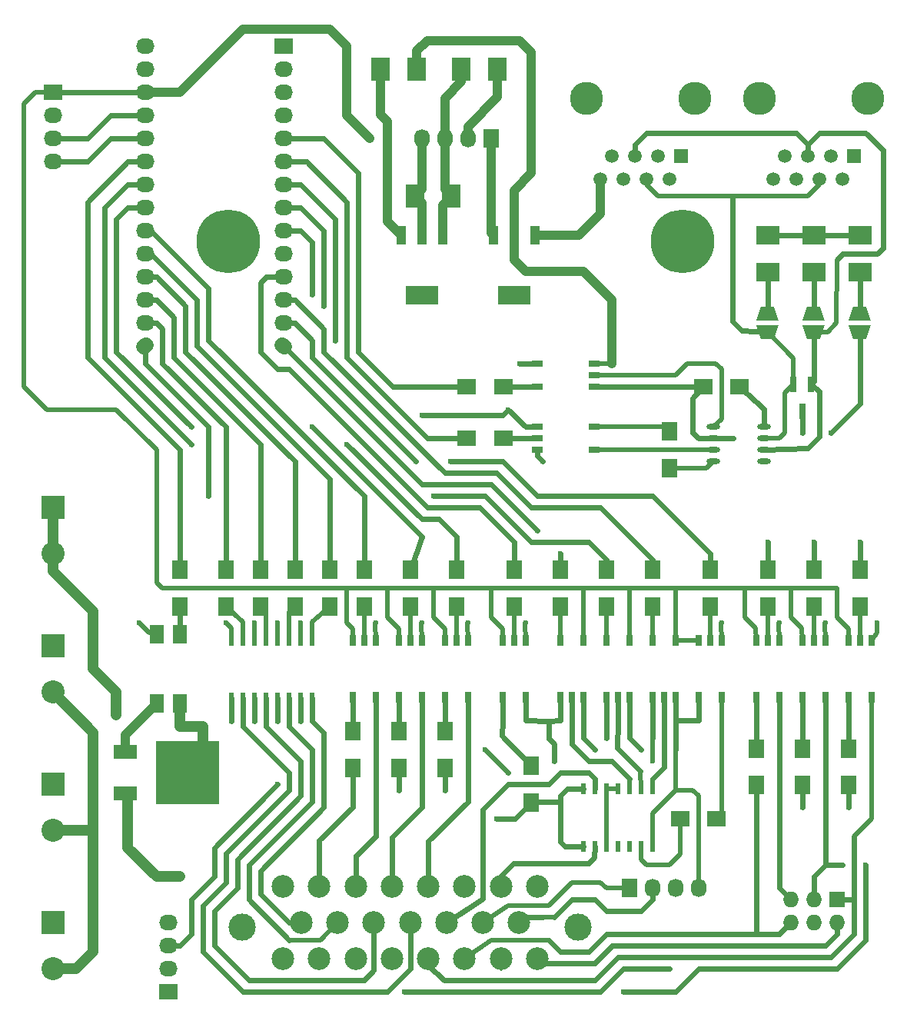
<source format=gbr>
G04 #@! TF.FileFunction,Copper,L1,Top,Signal*
%FSLAX46Y46*%
G04 Gerber Fmt 4.6, Leading zero omitted, Abs format (unit mm)*
G04 Created by KiCad (PCBNEW 4.0.3+e1-6302~38~ubuntu15.10.1-stable) date Thu Nov 17 06:05:07 2016*
%MOMM*%
%LPD*%
G01*
G04 APERTURE LIST*
%ADD10C,0.200000*%
%ADD11R,1.727200X2.032000*%
%ADD12O,1.727200X2.032000*%
%ADD13C,2.500000*%
%ADD14C,3.000000*%
%ADD15R,2.500000X2.000000*%
%ADD16C,3.649980*%
%ADD17R,1.501140X1.501140*%
%ADD18C,1.501140*%
%ADD19R,2.000000X2.500000*%
%ADD20R,0.800100X1.800860*%
%ADD21R,2.540000X2.540000*%
%ADD22C,2.540000*%
%ADD23R,2.032000X1.727200*%
%ADD24O,2.032000X1.727200*%
%ADD25R,1.700000X2.000000*%
%ADD26R,2.000000X1.700000*%
%ADD27R,0.800000X1.200000*%
%ADD28R,1.200000X0.800000*%
%ADD29O,1.473200X0.609600*%
%ADD30R,2.499360X1.501140*%
%ADD31R,7.000240X7.000240*%
%ADD32R,3.657600X2.032000*%
%ADD33R,1.016000X2.032000*%
%ADD34R,1.524000X2.032000*%
%ADD35R,0.508000X1.143000*%
%ADD36R,1.727200X1.727200*%
%ADD37O,1.727200X1.727200*%
%ADD38C,1.727200*%
%ADD39C,7.000000*%
%ADD40C,0.600000*%
%ADD41C,0.500000*%
%ADD42C,0.600000*%
%ADD43C,1.000000*%
%ADD44C,1.200000*%
G04 APERTURE END LIST*
D10*
D11*
X97820000Y-75120000D03*
D12*
X95280000Y-75120000D03*
X92740000Y-75120000D03*
X90200000Y-75120000D03*
D13*
X74930000Y-157480000D03*
X78930000Y-157480000D03*
X82930000Y-157480000D03*
X86930000Y-157480000D03*
X90930000Y-157480000D03*
X94930000Y-157480000D03*
X98930000Y-157480000D03*
X102930000Y-157480000D03*
X100930000Y-161480000D03*
X96930000Y-161480000D03*
X92930000Y-161480000D03*
X88930000Y-161480000D03*
X84930000Y-161480000D03*
X80930000Y-161480000D03*
X76930000Y-161480000D03*
X74930000Y-165480000D03*
X78930000Y-165480000D03*
X82930000Y-165480000D03*
X86930000Y-165480000D03*
X90930000Y-165480000D03*
X94930000Y-165480000D03*
X98930000Y-165480000D03*
X102930000Y-165480000D03*
D14*
X70430000Y-161980000D03*
X107430000Y-161980000D03*
D15*
X128300000Y-85820000D03*
X128300000Y-89820000D03*
D16*
X127441480Y-70675000D03*
X139310900Y-70675000D03*
D17*
X137825000Y-77025000D03*
D18*
X136555000Y-79565000D03*
X135285000Y-77025000D03*
X134015000Y-79565000D03*
X132745000Y-77025000D03*
X131475000Y-79565000D03*
X130205000Y-77025000D03*
X128935000Y-79565000D03*
D19*
X89470000Y-81470000D03*
X93470000Y-81470000D03*
D15*
X138460000Y-89820000D03*
X138460000Y-85820000D03*
D20*
X133060000Y-102193860D03*
X131160000Y-102193860D03*
X132110000Y-105196140D03*
D19*
X85660000Y-67500000D03*
X89660000Y-67500000D03*
X94550000Y-67500000D03*
X98550000Y-67500000D03*
D16*
X108391480Y-70675000D03*
X120260900Y-70675000D03*
D17*
X118775000Y-77025000D03*
D18*
X117505000Y-79565000D03*
X116235000Y-77025000D03*
X114965000Y-79565000D03*
X113695000Y-77025000D03*
X112425000Y-79565000D03*
X111155000Y-77025000D03*
X109885000Y-79565000D03*
D10*
G36*
X132630000Y-93690000D02*
X134130000Y-93690000D01*
X134630000Y-95190000D01*
X132130000Y-95190000D01*
X132630000Y-93690000D01*
X132630000Y-93690000D01*
G37*
G36*
X132130000Y-95690000D02*
X134630000Y-95690000D01*
X134130000Y-97190000D01*
X132630000Y-97190000D01*
X132130000Y-95690000D01*
X132130000Y-95690000D01*
G37*
G36*
X129050000Y-97190000D02*
X127550000Y-97190000D01*
X127050000Y-95690000D01*
X129550000Y-95690000D01*
X129050000Y-97190000D01*
X129050000Y-97190000D01*
G37*
G36*
X129550000Y-95190000D02*
X127050000Y-95190000D01*
X127550000Y-93690000D01*
X129050000Y-93690000D01*
X129550000Y-95190000D01*
X129550000Y-95190000D01*
G37*
G36*
X137710000Y-93690000D02*
X139210000Y-93690000D01*
X139710000Y-95190000D01*
X137210000Y-95190000D01*
X137710000Y-93690000D01*
X137710000Y-93690000D01*
G37*
G36*
X137210000Y-95690000D02*
X139710000Y-95690000D01*
X139210000Y-97190000D01*
X137710000Y-97190000D01*
X137210000Y-95690000D01*
X137210000Y-95690000D01*
G37*
D21*
X49560000Y-161480000D03*
D22*
X49560000Y-166560000D03*
D21*
X49560000Y-131000000D03*
D22*
X49560000Y-136080000D03*
D21*
X49560000Y-146240000D03*
D22*
X49560000Y-151320000D03*
D11*
X113060000Y-157670000D03*
D12*
X115600000Y-157670000D03*
X118140000Y-157670000D03*
X120680000Y-157670000D03*
D23*
X62260000Y-169100000D03*
D24*
X62260000Y-166560000D03*
X62260000Y-164020000D03*
X62260000Y-161480000D03*
D25*
X82580000Y-140430000D03*
X82580000Y-144430000D03*
X92740000Y-140430000D03*
X92740000Y-144430000D03*
X87660000Y-140430000D03*
X87660000Y-144430000D03*
X127030000Y-142335000D03*
X127030000Y-146335000D03*
X132110000Y-142335000D03*
X132110000Y-146335000D03*
X137190000Y-142335000D03*
X137190000Y-146335000D03*
X83850000Y-122650000D03*
X83850000Y-126650000D03*
X94010000Y-122650000D03*
X94010000Y-126650000D03*
X88930000Y-122650000D03*
X88930000Y-126650000D03*
X128300000Y-122650000D03*
X128300000Y-126650000D03*
X133380000Y-122650000D03*
X133380000Y-126650000D03*
X138460000Y-122650000D03*
X138460000Y-126650000D03*
X63530000Y-122650000D03*
X63530000Y-126650000D03*
X102265000Y-144240000D03*
X102265000Y-148240000D03*
X100360000Y-122650000D03*
X100360000Y-126650000D03*
D26*
X99185000Y-102425000D03*
X95185000Y-102425000D03*
D25*
X117505000Y-111410000D03*
X117505000Y-107410000D03*
D26*
X121220000Y-102425000D03*
X125220000Y-102425000D03*
D15*
X133380000Y-85820000D03*
X133380000Y-89820000D03*
D26*
X122680000Y-150050000D03*
X118680000Y-150050000D03*
D25*
X110520000Y-122650000D03*
X110520000Y-126650000D03*
X105440000Y-122650000D03*
X105440000Y-126650000D03*
X115600000Y-122650000D03*
X115600000Y-126650000D03*
X80040000Y-126650000D03*
X80040000Y-122650000D03*
X76230000Y-126650000D03*
X76230000Y-122650000D03*
X72420000Y-126650000D03*
X72420000Y-122650000D03*
X68610000Y-126650000D03*
X68610000Y-122650000D03*
D27*
X82580000Y-136690000D03*
X85120000Y-136690000D03*
X85120000Y-130390000D03*
X83850000Y-130390000D03*
X82580000Y-130390000D03*
X92740000Y-136690000D03*
X95280000Y-136690000D03*
X95280000Y-130390000D03*
X94010000Y-130390000D03*
X92740000Y-130390000D03*
X87660000Y-136690000D03*
X90200000Y-136690000D03*
X90200000Y-130390000D03*
X88930000Y-130390000D03*
X87660000Y-130390000D03*
X127030000Y-136690000D03*
X129570000Y-136690000D03*
X129570000Y-130390000D03*
X128300000Y-130390000D03*
X127030000Y-130390000D03*
X132110000Y-136690000D03*
X134650000Y-136690000D03*
X134650000Y-130390000D03*
X133380000Y-130390000D03*
X132110000Y-130390000D03*
X137190000Y-136690000D03*
X139730000Y-136690000D03*
X139730000Y-130390000D03*
X138460000Y-130390000D03*
X137190000Y-130390000D03*
X99090000Y-136690000D03*
X101630000Y-136690000D03*
X101630000Y-130390000D03*
X100360000Y-130390000D03*
X99090000Y-130390000D03*
D28*
X109225000Y-109410000D03*
X109225000Y-106870000D03*
X102925000Y-106870000D03*
X102925000Y-108140000D03*
X102925000Y-109410000D03*
X102925000Y-99885000D03*
X102925000Y-102425000D03*
X109225000Y-102425000D03*
X109225000Y-101155000D03*
X109225000Y-99885000D03*
D29*
X122331000Y-106870000D03*
X122331000Y-108140000D03*
X122331000Y-109410000D03*
X122331000Y-110680000D03*
X127919000Y-110680000D03*
X127919000Y-109410000D03*
X127919000Y-108140000D03*
X127919000Y-106870000D03*
D27*
X113060000Y-130390000D03*
X110520000Y-130390000D03*
X110520000Y-136690000D03*
X111790000Y-136690000D03*
X113060000Y-136690000D03*
X107980000Y-130390000D03*
X105440000Y-130390000D03*
X105440000Y-136690000D03*
X106710000Y-136690000D03*
X107980000Y-136690000D03*
X120680000Y-136690000D03*
X123220000Y-136690000D03*
X123220000Y-130390000D03*
X121950000Y-130390000D03*
X120680000Y-130390000D03*
X118140000Y-130390000D03*
X115600000Y-130390000D03*
X115600000Y-136690000D03*
X116870000Y-136690000D03*
X118140000Y-136690000D03*
D30*
X57540680Y-142694160D03*
X57540680Y-147245840D03*
D31*
X64439320Y-144970000D03*
D32*
X100360000Y-92392000D03*
D33*
X100360000Y-85788000D03*
X98074000Y-85788000D03*
X102646000Y-85788000D03*
D32*
X90200000Y-92392000D03*
D33*
X90200000Y-85788000D03*
X87914000Y-85788000D03*
X92486000Y-85788000D03*
D34*
X63530000Y-129730000D03*
X60990000Y-129730000D03*
X60990000Y-137350000D03*
X63530000Y-137350000D03*
D35*
X115600000Y-146748000D03*
X114330000Y-146748000D03*
X113060000Y-146748000D03*
X111790000Y-146748000D03*
X110520000Y-146748000D03*
X109250000Y-146748000D03*
X107980000Y-146748000D03*
X107980000Y-153098000D03*
X109250000Y-153098000D03*
X111790000Y-153098000D03*
X113060000Y-153098000D03*
X114330000Y-153098000D03*
X115600000Y-153098000D03*
X110520000Y-153098000D03*
X78135000Y-136715000D03*
X75595000Y-136715000D03*
X74325000Y-136715000D03*
X73055000Y-136715000D03*
X71785000Y-136715000D03*
X70515000Y-136715000D03*
X69245000Y-136715000D03*
X69245000Y-130365000D03*
X70515000Y-130365000D03*
X71785000Y-130365000D03*
X73055000Y-130365000D03*
X74325000Y-130365000D03*
X75595000Y-130365000D03*
X76865000Y-130365000D03*
X78135000Y-130365000D03*
X76865000Y-136715000D03*
D21*
X49560000Y-115760000D03*
D22*
X49560000Y-120840000D03*
D26*
X95185000Y-108140000D03*
X99185000Y-108140000D03*
D25*
X121950000Y-122650000D03*
X121950000Y-126650000D03*
D36*
X135920000Y-158940000D03*
D37*
X135920000Y-161480000D03*
X133380000Y-158940000D03*
X133380000Y-161480000D03*
X130840000Y-158940000D03*
X130840000Y-161480000D03*
D23*
X74960000Y-64960000D03*
D24*
X74960000Y-67500000D03*
X74960000Y-70040000D03*
X74960000Y-72580000D03*
X74960000Y-75120000D03*
X74960000Y-77660000D03*
X74960000Y-80200000D03*
X74960000Y-82740000D03*
X74960000Y-85280000D03*
X74960000Y-87820000D03*
X74960000Y-90360000D03*
X74960000Y-92900000D03*
D38*
X74852237Y-97872237D02*
X75067763Y-98087763D01*
X59612237Y-98087763D02*
X59827763Y-97872237D01*
D24*
X59720000Y-92900000D03*
X59720000Y-90360000D03*
X59720000Y-87820000D03*
X59720000Y-85280000D03*
X59720000Y-82740000D03*
X59720000Y-80200000D03*
X59720000Y-77660000D03*
X59720000Y-75120000D03*
X59720000Y-72580000D03*
X59720000Y-70040000D03*
X59720000Y-67500000D03*
X59720000Y-64960000D03*
X74960000Y-95440000D03*
X59720000Y-95440000D03*
D23*
X49560000Y-70040000D03*
D24*
X49560000Y-72580000D03*
X49560000Y-75120000D03*
X49560000Y-77660000D03*
D39*
X68930000Y-86480000D03*
D40*
X71555000Y-86480000D03*
X70786155Y-88336155D03*
X68930000Y-89105000D03*
X67073845Y-88336155D03*
X66305000Y-86480000D03*
X67073845Y-84623845D03*
X68930000Y-83855000D03*
X70786155Y-84623845D03*
D39*
X118930000Y-86480000D03*
D40*
X121555000Y-86480000D03*
X120786155Y-88336155D03*
X118930000Y-89105000D03*
X117073845Y-88336155D03*
X116305000Y-86480000D03*
X117073845Y-84623845D03*
X118930000Y-83855000D03*
X120786155Y-84623845D03*
X90200000Y-105600000D03*
X134650000Y-128460000D03*
X129570000Y-128460000D03*
X123220000Y-128460000D03*
X101630000Y-128460000D03*
X95280000Y-128460000D03*
X90200000Y-128460000D03*
X85120000Y-128460000D03*
X76865000Y-128460000D03*
X74325000Y-128460000D03*
X71785000Y-128460000D03*
X68610000Y-128460000D03*
X59085000Y-128460000D03*
X140365000Y-128460000D03*
X99725000Y-104965000D03*
X84485000Y-75120000D03*
X103535000Y-110680000D03*
X100995000Y-99885000D03*
X112425000Y-102425000D03*
X124490000Y-108140000D03*
X132110000Y-107505000D03*
X135285000Y-107505000D03*
X111155000Y-109410000D03*
X111155000Y-99885000D03*
X62260000Y-156400000D03*
X60990000Y-156400000D03*
X63530000Y-156400000D03*
X54005000Y-164655000D03*
X52735000Y-165925000D03*
X87660000Y-146875000D03*
X82580000Y-146875000D03*
X92740000Y-146875000D03*
X117505000Y-166560000D03*
X88295000Y-169100000D03*
X112425000Y-169100000D03*
X139095000Y-155130000D03*
X136555000Y-155130000D03*
X137190000Y-148780000D03*
X132110000Y-148780000D03*
X127030000Y-148780000D03*
X64800000Y-108775000D03*
X81945000Y-108775000D03*
X64800000Y-106870000D03*
X78135000Y-106870000D03*
X78135000Y-92265000D03*
X128300000Y-119570000D03*
X79405000Y-93535000D03*
X133380000Y-119570000D03*
X80675000Y-97345000D03*
X138460000Y-119570000D03*
X64800000Y-139890000D03*
X56545000Y-137350000D03*
X56545000Y-136080000D03*
X66070000Y-139890000D03*
X56545000Y-138620000D03*
X63530000Y-139890000D03*
X98455000Y-150050000D03*
X114330000Y-142430000D03*
X109250000Y-142430000D03*
X118140000Y-142430000D03*
X99725000Y-144970000D03*
X97185000Y-142430000D03*
X104805000Y-143700000D03*
X74325000Y-146240000D03*
X76865000Y-139255000D03*
X74325000Y-139255000D03*
X71785000Y-139255000D03*
X69245000Y-139255000D03*
X115600000Y-143700000D03*
X110520000Y-148780000D03*
X115600000Y-141160000D03*
X110520000Y-141160000D03*
X104170000Y-141160000D03*
X66705000Y-114490000D03*
X91470000Y-114490000D03*
X102900000Y-118300000D03*
X105440000Y-120840000D03*
X93375000Y-110680000D03*
X89565000Y-110680000D03*
D41*
X133380000Y-96440000D02*
X134920000Y-96440000D01*
D42*
X134015000Y-74485000D02*
X132745000Y-75755000D01*
X134015000Y-74485000D02*
X139095000Y-74485000D01*
X139095000Y-74485000D02*
X141000000Y-76390000D01*
X141000000Y-76390000D02*
X141000000Y-87185000D01*
X141000000Y-87185000D02*
X140365000Y-87820000D01*
X140365000Y-87820000D02*
X136555000Y-87820000D01*
X136555000Y-87820000D02*
X135920000Y-88455000D01*
D41*
X135890000Y-95470000D02*
X135920000Y-88455000D01*
X134920000Y-96440000D02*
X135890000Y-95470000D01*
D42*
X133060000Y-102193860D02*
X133985000Y-102958860D01*
X132715000Y-109220000D02*
X127919000Y-109410000D01*
X133985000Y-107950000D02*
X132715000Y-109220000D01*
X133985000Y-102958860D02*
X133985000Y-107950000D01*
X113695000Y-77025000D02*
X113695000Y-75755000D01*
X113695000Y-75755000D02*
X114965000Y-74485000D01*
X114965000Y-74485000D02*
X131475000Y-74485000D01*
X131475000Y-74485000D02*
X132745000Y-75755000D01*
X132745000Y-77025000D02*
X132745000Y-75755000D01*
X133060000Y-102193860D02*
X133380000Y-101873860D01*
X133380000Y-101873860D02*
X133380000Y-96440000D01*
D41*
X114965000Y-79565000D02*
X114965000Y-80200000D01*
X116235000Y-81470000D02*
X124460000Y-81470000D01*
X114965000Y-80200000D02*
X116235000Y-81470000D01*
X134015000Y-79565000D02*
X134015000Y-80200000D01*
X134015000Y-80200000D02*
X132745000Y-81470000D01*
X132745000Y-81470000D02*
X124460000Y-81470000D01*
X127919000Y-108140000D02*
X128935000Y-108140000D01*
X130205000Y-103148860D02*
X131160000Y-102193860D01*
X130205000Y-107505000D02*
X130205000Y-103148860D01*
X129570000Y-108140000D02*
X130205000Y-107505000D01*
X128935000Y-108140000D02*
X129570000Y-108140000D01*
X128300000Y-96440000D02*
X131160000Y-99300000D01*
X131160000Y-99300000D02*
X131160000Y-102193860D01*
D42*
X128300000Y-96440000D02*
X125460000Y-96250000D01*
X125460000Y-96250000D02*
X124460000Y-95250000D01*
X124460000Y-95250000D02*
X124460000Y-81470000D01*
X128300000Y-96440000D02*
X128030000Y-96710000D01*
D41*
X114965000Y-79565000D02*
X114965000Y-80200000D01*
D42*
X63530000Y-122650000D02*
X63530000Y-109410000D01*
X57815000Y-77660000D02*
X59720000Y-77660000D01*
X53370000Y-82105000D02*
X57815000Y-77660000D01*
X53370000Y-99250000D02*
X53370000Y-82105000D01*
X63530000Y-109410000D02*
X53370000Y-99250000D01*
X99725000Y-104965000D02*
X99090000Y-105600000D01*
X99090000Y-105600000D02*
X90200000Y-105600000D01*
D43*
X94550000Y-67500000D02*
X94550000Y-68865000D01*
X92740000Y-70675000D02*
X92740000Y-75120000D01*
X94550000Y-68865000D02*
X92740000Y-70675000D01*
X93470000Y-81470000D02*
X92740000Y-80740000D01*
X92740000Y-80740000D02*
X92740000Y-75120000D01*
D41*
X134650000Y-130390000D02*
X134620000Y-128490000D01*
X134620000Y-128490000D02*
X134650000Y-128460000D01*
X129570000Y-130390000D02*
X129540000Y-128490000D01*
X129540000Y-128490000D02*
X129570000Y-128460000D01*
X123220000Y-130390000D02*
X123190000Y-128490000D01*
X123190000Y-128490000D02*
X123220000Y-128460000D01*
X101630000Y-130390000D02*
X101600000Y-128490000D01*
X101600000Y-128490000D02*
X101630000Y-128460000D01*
X95280000Y-130390000D02*
X95250000Y-128490000D01*
X95250000Y-128490000D02*
X95280000Y-128460000D01*
X90200000Y-130390000D02*
X90170000Y-128490000D01*
X90170000Y-128490000D02*
X90200000Y-128460000D01*
X85120000Y-130390000D02*
X85090000Y-128490000D01*
X85090000Y-128490000D02*
X85120000Y-128460000D01*
X76865000Y-130365000D02*
X76835000Y-128490000D01*
X76835000Y-128490000D02*
X76865000Y-128460000D01*
X74325000Y-130365000D02*
X74295000Y-128490000D01*
X74295000Y-128490000D02*
X74325000Y-128460000D01*
X71755000Y-128490000D02*
X71785000Y-130365000D01*
X71785000Y-128460000D02*
X71755000Y-128490000D01*
X69245000Y-130365000D02*
X69215000Y-129065000D01*
X69215000Y-129065000D02*
X68610000Y-128460000D01*
X139730000Y-130390000D02*
X140365000Y-129535000D01*
X60165000Y-129540000D02*
X60960000Y-129540000D01*
X59085000Y-128460000D02*
X60165000Y-129540000D01*
X140365000Y-129535000D02*
X140365000Y-128460000D01*
D42*
X102925000Y-106870000D02*
X101630000Y-106870000D01*
X101630000Y-106870000D02*
X99725000Y-104965000D01*
D43*
X92486000Y-85788000D02*
X92486000Y-82454000D01*
X92486000Y-82454000D02*
X93470000Y-81470000D01*
D42*
X74960000Y-75120000D02*
X79405000Y-75120000D01*
X87025000Y-102425000D02*
X95185000Y-102425000D01*
X83215000Y-98615000D02*
X87025000Y-102425000D01*
X83215000Y-78930000D02*
X83215000Y-98615000D01*
X79405000Y-75120000D02*
X83215000Y-78930000D01*
D43*
X81945000Y-72580000D02*
X84485000Y-75120000D01*
X59720000Y-70040000D02*
X63530000Y-70040000D01*
X70515000Y-63055000D02*
X63530000Y-70040000D01*
X80040000Y-63055000D02*
X70515000Y-63055000D01*
X81945000Y-64960000D02*
X80040000Y-63055000D01*
X81945000Y-72580000D02*
X81945000Y-64960000D01*
D42*
X102925000Y-109410000D02*
X102925000Y-110070000D01*
X102925000Y-110070000D02*
X103535000Y-110680000D01*
X102925000Y-99885000D02*
X100995000Y-99885000D01*
D41*
X81945000Y-124650000D02*
X61625000Y-124650000D01*
X47655000Y-70040000D02*
X49560000Y-70040000D01*
X46385000Y-71310000D02*
X47655000Y-70040000D01*
X46385000Y-102425000D02*
X46385000Y-71310000D01*
X48925000Y-104965000D02*
X46385000Y-102425000D01*
X56545000Y-104965000D02*
X48925000Y-104965000D01*
X60990000Y-109410000D02*
X56545000Y-104965000D01*
X60990000Y-124015000D02*
X60990000Y-109410000D01*
X61625000Y-124650000D02*
X60990000Y-124015000D01*
D43*
X89470000Y-81470000D02*
X90200000Y-80740000D01*
X90200000Y-80740000D02*
X90200000Y-75120000D01*
D42*
X49560000Y-70040000D02*
X59720000Y-70040000D01*
D41*
X118140000Y-130390000D02*
X120680000Y-130390000D01*
X127030000Y-130390000D02*
X127000000Y-129065000D01*
X125760000Y-127825000D02*
X125760000Y-124650000D01*
X127000000Y-129065000D02*
X125760000Y-127825000D01*
X118140000Y-130390000D02*
X118140000Y-124650000D01*
X113060000Y-130390000D02*
X113060000Y-124650000D01*
X107980000Y-130390000D02*
X107980000Y-124650000D01*
X99090000Y-130390000D02*
X99090000Y-129095000D01*
X97820000Y-127825000D02*
X97820000Y-124650000D01*
X99090000Y-129095000D02*
X97820000Y-127825000D01*
X92740000Y-130390000D02*
X92740000Y-129095000D01*
X91470000Y-127825000D02*
X91470000Y-124650000D01*
X92740000Y-129095000D02*
X91470000Y-127825000D01*
X87660000Y-130390000D02*
X87660000Y-129095000D01*
X86390000Y-127825000D02*
X86390000Y-124650000D01*
X87660000Y-129095000D02*
X86390000Y-127825000D01*
X82580000Y-130390000D02*
X82580000Y-129095000D01*
X81945000Y-124650000D02*
X86390000Y-124650000D01*
X86390000Y-124650000D02*
X91470000Y-124650000D01*
X91470000Y-124650000D02*
X97820000Y-124650000D01*
X97820000Y-124650000D02*
X107980000Y-124650000D01*
X107980000Y-124650000D02*
X113060000Y-124650000D01*
X113060000Y-124650000D02*
X118140000Y-124650000D01*
X118140000Y-124650000D02*
X119410000Y-124650000D01*
X119410000Y-124650000D02*
X125760000Y-124650000D01*
X125760000Y-124650000D02*
X130840000Y-124650000D01*
X81945000Y-128460000D02*
X81945000Y-124650000D01*
X82580000Y-129095000D02*
X81945000Y-128460000D01*
X132110000Y-130390000D02*
X132080000Y-129065000D01*
X137190000Y-129095000D02*
X137220000Y-130360000D01*
X135920000Y-127825000D02*
X137190000Y-129095000D01*
X135920000Y-124650000D02*
X135920000Y-127825000D01*
X130840000Y-124650000D02*
X135920000Y-124650000D01*
X130840000Y-127825000D02*
X130840000Y-124650000D01*
X132080000Y-129065000D02*
X130840000Y-127825000D01*
X137220000Y-130360000D02*
X137190000Y-130390000D01*
X132140000Y-130360000D02*
X132110000Y-130390000D01*
D43*
X90200000Y-85788000D02*
X90200000Y-82200000D01*
X90200000Y-82200000D02*
X89470000Y-81470000D01*
D42*
X95185000Y-108140000D02*
X90835000Y-108140000D01*
X77500000Y-77660000D02*
X74960000Y-77660000D01*
X81945000Y-82105000D02*
X77500000Y-77660000D01*
X81945000Y-99250000D02*
X81945000Y-82105000D01*
X86390000Y-103695000D02*
X81945000Y-99250000D01*
X86390000Y-103695000D02*
X86390000Y-103695000D01*
X90835000Y-108140000D02*
X86390000Y-103695000D01*
D43*
X102646000Y-85788000D02*
X107472000Y-85788000D01*
X109885000Y-83375000D02*
X109885000Y-79565000D01*
X107472000Y-85788000D02*
X109885000Y-83375000D01*
X95280000Y-75120000D02*
X95280000Y-73850000D01*
X95280000Y-73850000D02*
X98550000Y-70580000D01*
X98550000Y-70580000D02*
X98550000Y-67500000D01*
D42*
X122331000Y-108140000D02*
X124490000Y-108140000D01*
X132110000Y-105196140D02*
X132110000Y-107505000D01*
X138460000Y-104330000D02*
X138460000Y-96440000D01*
X135285000Y-107505000D02*
X138460000Y-104330000D01*
X122331000Y-108140000D02*
X120680000Y-108140000D01*
X120045000Y-103695000D02*
X121220000Y-102425000D01*
X120045000Y-107505000D02*
X120045000Y-103695000D01*
X120680000Y-108140000D02*
X120045000Y-107505000D01*
X121315000Y-102425000D02*
X121220000Y-102425000D01*
X121220000Y-102425000D02*
X112425000Y-102425000D01*
X112425000Y-102425000D02*
X109225000Y-102425000D01*
X128300000Y-85820000D02*
X133380000Y-85820000D01*
X133380000Y-85820000D02*
X138460000Y-85820000D01*
D43*
X86390000Y-73215000D02*
X85660000Y-72485000D01*
X86390000Y-84264000D02*
X86390000Y-73850000D01*
X86390000Y-73850000D02*
X86390000Y-73215000D01*
X87914000Y-85788000D02*
X86390000Y-84264000D01*
X85660000Y-72485000D02*
X85660000Y-67500000D01*
X89660000Y-67500000D02*
X89660000Y-65500000D01*
X100360000Y-80835000D02*
X100360000Y-85788000D01*
X102265000Y-78930000D02*
X100360000Y-80835000D01*
X102265000Y-65595000D02*
X102265000Y-78930000D01*
X100995000Y-64325000D02*
X102265000Y-65595000D01*
X90835000Y-64325000D02*
X100995000Y-64325000D01*
X89660000Y-65500000D02*
X90835000Y-64325000D01*
X111155000Y-99885000D02*
X111155000Y-92900000D01*
X101630000Y-89725000D02*
X100360000Y-88455000D01*
X107980000Y-89725000D02*
X101630000Y-89725000D01*
X111155000Y-92900000D02*
X107980000Y-89725000D01*
D41*
X109225000Y-99885000D02*
X111155000Y-99885000D01*
X109225000Y-109410000D02*
X111155000Y-109410000D01*
X111155000Y-109410000D02*
X122331000Y-109410000D01*
D43*
X100360000Y-85788000D02*
X100360000Y-88455000D01*
X97820000Y-75120000D02*
X97820000Y-85534000D01*
X97820000Y-85534000D02*
X98074000Y-85788000D01*
D42*
X133380000Y-89820000D02*
X133380000Y-94440000D01*
X128300000Y-89820000D02*
X128300000Y-94440000D01*
D44*
X57815000Y-147520160D02*
X57815000Y-153225000D01*
X57815000Y-153225000D02*
X60990000Y-156400000D01*
X57815000Y-147520160D02*
X57540680Y-147245840D01*
X60990000Y-156400000D02*
X60990000Y-156400000D01*
X60990000Y-156400000D02*
X62260000Y-156400000D01*
X62260000Y-156400000D02*
X63530000Y-156400000D01*
X54005000Y-164655000D02*
X52735000Y-165925000D01*
X54005000Y-151320000D02*
X54005000Y-164655000D01*
X52100000Y-166560000D02*
X49560000Y-166560000D01*
X54005000Y-164655000D02*
X52100000Y-166560000D01*
X49560000Y-151320000D02*
X54005000Y-151320000D01*
X49560000Y-136080000D02*
X49560000Y-136080000D01*
X54005000Y-140525000D02*
X49560000Y-136080000D01*
X54005000Y-151320000D02*
X54005000Y-140525000D01*
D42*
X87660000Y-144430000D02*
X87660000Y-146875000D01*
X92740000Y-144430000D02*
X92740000Y-146875000D01*
X78930000Y-157480000D02*
X78930000Y-152430000D01*
X78930000Y-152430000D02*
X82580000Y-148780000D01*
X82580000Y-148780000D02*
X82580000Y-146875000D01*
X82580000Y-146875000D02*
X82580000Y-144430000D01*
X82930000Y-157480000D02*
X82930000Y-154145000D01*
X85120000Y-151955000D02*
X85120000Y-136690000D01*
X82930000Y-154145000D02*
X85120000Y-151955000D01*
X86930000Y-157480000D02*
X86930000Y-152050000D01*
X90200000Y-148780000D02*
X90200000Y-136690000D01*
X86930000Y-152050000D02*
X90200000Y-148780000D01*
X90930000Y-157480000D02*
X90930000Y-152495000D01*
X95280000Y-148145000D02*
X95280000Y-136690000D01*
X90930000Y-152495000D02*
X95280000Y-148145000D01*
X109250000Y-158940000D02*
X110520000Y-160210000D01*
X104805000Y-160845000D02*
X106710000Y-158940000D01*
X106710000Y-158940000D02*
X109250000Y-158940000D01*
X101565000Y-160845000D02*
X103535000Y-160845000D01*
D41*
X103535000Y-160845000D02*
X104805000Y-160845000D01*
D42*
X115600000Y-158940000D02*
X115600000Y-157670000D01*
X114330000Y-160210000D02*
X115600000Y-158940000D01*
X110520000Y-160210000D02*
X114330000Y-160210000D01*
X100930000Y-161480000D02*
X101565000Y-160845000D01*
D41*
X105440000Y-158305000D02*
X106710000Y-157035000D01*
X104170000Y-159575000D02*
X105440000Y-158305000D01*
X99725000Y-159575000D02*
X104170000Y-159575000D01*
X96930000Y-161480000D02*
X99725000Y-159575000D01*
X110520000Y-157670000D02*
X113060000Y-157670000D01*
X109885000Y-157035000D02*
X110520000Y-157670000D01*
X106710000Y-157035000D02*
X109885000Y-157035000D01*
D42*
X88295000Y-169100000D02*
X109885000Y-169100000D01*
X109885000Y-169100000D02*
X112425000Y-166560000D01*
X112425000Y-166560000D02*
X117505000Y-166560000D01*
X129570000Y-136690000D02*
X129570000Y-157670000D01*
X129570000Y-157670000D02*
X130840000Y-158940000D01*
X133380000Y-158940000D02*
X133380000Y-156400000D01*
X133380000Y-156400000D02*
X134650000Y-155130000D01*
X118140000Y-169100000D02*
X120680000Y-166560000D01*
X120680000Y-166560000D02*
X135920000Y-166560000D01*
X139095000Y-155130000D02*
X139095000Y-163385000D01*
X135920000Y-166560000D02*
X139095000Y-163385000D01*
X118140000Y-169100000D02*
X112425000Y-169100000D01*
X136555000Y-155130000D02*
X134650000Y-155130000D01*
X134650000Y-136690000D02*
X134650000Y-155130000D01*
X135920000Y-158940000D02*
X137825000Y-158940000D01*
D41*
X137825000Y-151955000D02*
X139730000Y-150050000D01*
X139730000Y-150050000D02*
X139730000Y-136690000D01*
D42*
X137825000Y-151955000D02*
X137825000Y-157035000D01*
X137825000Y-162750000D02*
X137825000Y-158940000D01*
X137825000Y-158940000D02*
X137825000Y-157670000D01*
X135285000Y-165290000D02*
X137825000Y-162750000D01*
X111790000Y-165290000D02*
X135285000Y-165290000D01*
X109250000Y-167830000D02*
X111790000Y-165290000D01*
X92695536Y-167830000D02*
X109250000Y-167830000D01*
X92695536Y-167830000D02*
X90930000Y-166180000D01*
X137825000Y-157035000D02*
X137825000Y-157670000D01*
D41*
X90930000Y-165480000D02*
X90930000Y-166180000D01*
D42*
X127030000Y-162750000D02*
X127030000Y-148780000D01*
D41*
X130810000Y-161925000D02*
X130810000Y-161510000D01*
X97820000Y-163385000D02*
X104170000Y-163385000D01*
X97820000Y-163385000D02*
X94930000Y-165480000D01*
D42*
X105440000Y-164655000D02*
X104170000Y-163385000D01*
X129570000Y-162750000D02*
X127030000Y-162750000D01*
X127030000Y-162750000D02*
X110520000Y-162750000D01*
X110520000Y-162750000D02*
X108615000Y-164655000D01*
X108615000Y-164655000D02*
X105440000Y-164655000D01*
X130810000Y-161510000D02*
X129570000Y-162750000D01*
X137190000Y-148780000D02*
X137190000Y-146335000D01*
X127030000Y-146335000D02*
X127030000Y-148780000D01*
X132110000Y-148780000D02*
X132110000Y-146335000D01*
D41*
X98930000Y-165480000D02*
X98930000Y-166560000D01*
D42*
X103375000Y-165925000D02*
X109250000Y-165925000D01*
X111155000Y-164020000D02*
X134650000Y-164020000D01*
X109250000Y-165925000D02*
X111155000Y-164020000D01*
X134650000Y-164020000D02*
X135920000Y-162750000D01*
X135920000Y-162750000D02*
X135920000Y-161480000D01*
D41*
X103375000Y-165925000D02*
X102930000Y-165480000D01*
D43*
X57540680Y-142694160D02*
X57540680Y-140799320D01*
X57540680Y-140799320D02*
X60990000Y-137350000D01*
D42*
X82580000Y-139255000D02*
X82580000Y-136690000D01*
X82580000Y-140430000D02*
X82580000Y-139255000D01*
X82580000Y-139255000D02*
X82580000Y-139230000D01*
X92740000Y-139255000D02*
X92740000Y-136690000D01*
X92740000Y-140430000D02*
X92740000Y-139255000D01*
X92740000Y-139255000D02*
X92740000Y-139230000D01*
X87660000Y-139255000D02*
X87660000Y-136690000D01*
X87660000Y-140430000D02*
X87660000Y-139255000D01*
X87660000Y-139255000D02*
X87660000Y-139230000D01*
X127030000Y-142335000D02*
X127030000Y-136690000D01*
X127031960Y-136691960D02*
X127030000Y-136690000D01*
X132110000Y-142335000D02*
X132110000Y-136690000D01*
X132111960Y-136691960D02*
X132110000Y-136690000D01*
X137190000Y-142335000D02*
X137190000Y-136690000D01*
X66705000Y-97345000D02*
X83850000Y-114490000D01*
X83850000Y-122650000D02*
X83850000Y-114490000D01*
X60355000Y-85280000D02*
X59720000Y-85280000D01*
X66705000Y-91630000D02*
X60355000Y-85280000D01*
X66705000Y-97345000D02*
X66705000Y-91630000D01*
D41*
X83850000Y-130390000D02*
X83850000Y-126650000D01*
D42*
X90200000Y-117030000D02*
X81945000Y-108775000D01*
X94010000Y-118935000D02*
X92105000Y-117030000D01*
X92105000Y-117030000D02*
X90200000Y-117030000D01*
X94010000Y-122650000D02*
X94010000Y-118935000D01*
X57815000Y-80200000D02*
X59720000Y-80200000D01*
X55275000Y-82740000D02*
X57815000Y-80200000D01*
X55275000Y-99250000D02*
X55275000Y-82740000D01*
X64800000Y-108775000D02*
X55275000Y-99250000D01*
D41*
X94010000Y-130390000D02*
X94010000Y-126650000D01*
D42*
X90200000Y-118935000D02*
X78135000Y-106870000D01*
X88930000Y-122650000D02*
X90200000Y-118935000D01*
X57815000Y-82740000D02*
X59720000Y-82740000D01*
X56545000Y-84010000D02*
X57815000Y-82740000D01*
X56545000Y-98615000D02*
X56545000Y-84010000D01*
X64800000Y-106870000D02*
X56545000Y-98615000D01*
D41*
X88930000Y-130390000D02*
X88930000Y-126650000D01*
D42*
X74960000Y-85280000D02*
X76865000Y-85280000D01*
X78135000Y-86550000D02*
X78135000Y-92265000D01*
X76865000Y-85280000D02*
X78135000Y-86550000D01*
X128300000Y-119570000D02*
X128300000Y-122650000D01*
D41*
X128300000Y-130390000D02*
X128300000Y-126650000D01*
D42*
X74960000Y-82740000D02*
X76865000Y-82740000D01*
X79405000Y-85280000D02*
X79405000Y-93535000D01*
X76865000Y-82740000D02*
X79405000Y-85280000D01*
X133380000Y-119570000D02*
X133380000Y-122650000D01*
D41*
X133380000Y-130390000D02*
X133380000Y-126650000D01*
D42*
X74960000Y-80200000D02*
X76865000Y-80200000D01*
X80675000Y-84010000D02*
X80675000Y-97345000D01*
X76865000Y-80200000D02*
X80675000Y-84010000D01*
X138460000Y-122650000D02*
X138460000Y-119570000D01*
D41*
X138460000Y-130390000D02*
X138460000Y-126650000D01*
D42*
X99089544Y-139255004D02*
X99089544Y-136690456D01*
X99089544Y-136690456D02*
X99090000Y-136690000D01*
X99090000Y-139230000D02*
X99089544Y-139255004D01*
X99089544Y-139255004D02*
X99060000Y-140875000D01*
X99060000Y-140875000D02*
X102265000Y-144240000D01*
X74960000Y-90360000D02*
X73055000Y-90360000D01*
X72420000Y-90995000D02*
X73055000Y-90360000D01*
X72420000Y-98615000D02*
X72420000Y-92265000D01*
X72420000Y-98615000D02*
X74325000Y-100520000D01*
X74325000Y-100520000D02*
X75595000Y-100520000D01*
X75595000Y-100520000D02*
X90835000Y-115760000D01*
X72420000Y-92265000D02*
X72420000Y-90995000D01*
X100360000Y-122650000D02*
X100360000Y-119570000D01*
X96550000Y-115760000D02*
X90835000Y-115760000D01*
X100360000Y-119570000D02*
X96550000Y-115760000D01*
D41*
X100360000Y-130390000D02*
X100360000Y-126650000D01*
D42*
X99185000Y-102425000D02*
X102925000Y-102425000D01*
D41*
X117505000Y-111410000D02*
X121601000Y-111410000D01*
X121601000Y-111410000D02*
X122331000Y-110680000D01*
X109225000Y-106870000D02*
X116965000Y-106870000D01*
X116965000Y-106870000D02*
X117505000Y-107410000D01*
D42*
X117505000Y-107410000D02*
X116965000Y-106870000D01*
X125220000Y-102425000D02*
X127889000Y-104934000D01*
X127889000Y-104934000D02*
X127919000Y-106870000D01*
D41*
X123220000Y-139255000D02*
X123220000Y-136690000D01*
X122680000Y-150050000D02*
X123220000Y-149510000D01*
X123220000Y-149510000D02*
X123220000Y-139255000D01*
X123220000Y-139255000D02*
X123220000Y-139230000D01*
X114330000Y-153098000D02*
X114330000Y-154495000D01*
X118680000Y-153955000D02*
X118680000Y-150050000D01*
X117505000Y-155130000D02*
X118680000Y-153955000D01*
X114965000Y-155130000D02*
X117505000Y-155130000D01*
X114330000Y-154495000D02*
X114965000Y-155130000D01*
X110520000Y-130390000D02*
X110520000Y-126650000D01*
X105440000Y-130390000D02*
X105440000Y-126650000D01*
X115600000Y-130390000D02*
X115600000Y-126650000D01*
X78135000Y-130365000D02*
X78105000Y-128365000D01*
X78105000Y-128365000D02*
X80040000Y-126650000D01*
X75595000Y-130365000D02*
X75595000Y-127285000D01*
X75595000Y-127285000D02*
X76230000Y-126650000D01*
X73055000Y-130365000D02*
X73055000Y-127285000D01*
X73055000Y-127285000D02*
X72420000Y-126650000D01*
X70515000Y-130365000D02*
X70485000Y-128365000D01*
X70485000Y-128365000D02*
X68610000Y-126650000D01*
X109225000Y-101155000D02*
X118140000Y-101155000D01*
X123220000Y-105981000D02*
X122331000Y-106870000D01*
X123220000Y-100520000D02*
X123220000Y-105981000D01*
X122585000Y-99885000D02*
X123220000Y-100520000D01*
X119410000Y-99885000D02*
X122585000Y-99885000D01*
X118140000Y-101155000D02*
X119410000Y-99885000D01*
D42*
X116870000Y-139255000D02*
X116870000Y-136690000D01*
D41*
X115600000Y-146748000D02*
X115600000Y-145605000D01*
D42*
X116870000Y-144335000D02*
X116870000Y-139255000D01*
X116870000Y-139255000D02*
X116870000Y-139230000D01*
X115600000Y-145605000D02*
X116870000Y-144335000D01*
X111789751Y-139254983D02*
X111789751Y-136690249D01*
X111789751Y-136690249D02*
X111790000Y-136690000D01*
D41*
X114330000Y-146748000D02*
X114300000Y-144780000D01*
D42*
X111760000Y-142240000D02*
X111789751Y-139254983D01*
X111789751Y-139254983D02*
X111790000Y-139230000D01*
X114300000Y-144780000D02*
X111760000Y-142240000D01*
X106710000Y-139255000D02*
X106710000Y-136690000D01*
D41*
X113060000Y-146748000D02*
X113060000Y-145605000D01*
D42*
X106710000Y-141795000D02*
X106710000Y-139255000D01*
X106710000Y-139255000D02*
X106710000Y-139230000D01*
X108615000Y-143700000D02*
X106710000Y-141795000D01*
X111155000Y-143700000D02*
X108615000Y-143700000D01*
X113060000Y-145605000D02*
X111155000Y-143700000D01*
X102925000Y-108140000D02*
X99185000Y-108140000D01*
X138460000Y-89820000D02*
X138460000Y-94440000D01*
D41*
X121950000Y-130390000D02*
X121950000Y-126650000D01*
D44*
X66070000Y-139890000D02*
X66070000Y-143339320D01*
X66070000Y-143339320D02*
X64439320Y-144970000D01*
X66070000Y-139890000D02*
X64800000Y-139890000D01*
X64800000Y-139890000D02*
X63530000Y-139890000D01*
X63530000Y-139890000D02*
X63530000Y-137350000D01*
X63530000Y-137350000D02*
X63530000Y-137350000D01*
X64165000Y-144695680D02*
X64439320Y-144970000D01*
X56545000Y-136080000D02*
X56545000Y-136080000D01*
X56545000Y-136080000D02*
X56545000Y-137350000D01*
X56545000Y-137350000D02*
X56545000Y-138620000D01*
X49560000Y-122745000D02*
X54005000Y-127190000D01*
X54005000Y-127190000D02*
X54005000Y-133540000D01*
X54005000Y-133540000D02*
X56545000Y-136080000D01*
X49560000Y-122745000D02*
X49560000Y-120840000D01*
X49560000Y-115760000D02*
X49560000Y-120840000D01*
D42*
X49560000Y-75120000D02*
X53370000Y-75120000D01*
X55910000Y-72580000D02*
X59720000Y-72580000D01*
X53370000Y-75120000D02*
X55910000Y-72580000D01*
X49560000Y-77660000D02*
X53370000Y-77660000D01*
X55910000Y-75120000D02*
X59720000Y-75120000D01*
X53370000Y-77660000D02*
X55910000Y-75120000D01*
X63530000Y-129730000D02*
X63530000Y-126650000D01*
X100455000Y-150050000D02*
X98455000Y-150050000D01*
X100455000Y-150050000D02*
X102265000Y-148240000D01*
X102265000Y-148240000D02*
X102360000Y-148145000D01*
X102360000Y-148145000D02*
X105440000Y-148145000D01*
X107980000Y-146748000D02*
X106202000Y-146748000D01*
X105948000Y-153098000D02*
X107980000Y-153098000D01*
X105440000Y-152590000D02*
X105948000Y-153098000D01*
X105440000Y-147510000D02*
X105440000Y-148145000D01*
X105440000Y-148145000D02*
X105440000Y-148780000D01*
X105440000Y-148780000D02*
X105440000Y-152590000D01*
X106202000Y-146748000D02*
X105440000Y-147510000D01*
X120680000Y-136690000D02*
X120680000Y-139230000D01*
X118140000Y-139230000D02*
X120680000Y-139230000D01*
X118140000Y-139230000D02*
X118140000Y-139255000D01*
X118140000Y-139255000D02*
X118140000Y-136690000D01*
X113060000Y-136690000D02*
X113060000Y-139255000D01*
X113060000Y-141160000D02*
X114330000Y-142430000D01*
X113060000Y-141160000D02*
X113060000Y-139255000D01*
X107980000Y-136690000D02*
X107980000Y-139255000D01*
X107980000Y-141160000D02*
X109250000Y-142430000D01*
X107980000Y-141160000D02*
X107980000Y-139255000D01*
D41*
X120680000Y-157670000D02*
X120680000Y-155130000D01*
X120045000Y-146875000D02*
X118140000Y-146875000D01*
X120680000Y-147510000D02*
X120045000Y-146875000D01*
X120680000Y-155130000D02*
X120680000Y-147510000D01*
X120680000Y-155130000D02*
X120680000Y-155130000D01*
X115600000Y-153098000D02*
X115600000Y-149415000D01*
X118140000Y-146875000D02*
X118140000Y-142430000D01*
X115600000Y-149415000D02*
X118140000Y-146875000D01*
D42*
X118140000Y-139255000D02*
X118140000Y-142430000D01*
X98930000Y-157480000D02*
X98910732Y-156359268D01*
X109220000Y-154305000D02*
X109250000Y-153098000D01*
X108585000Y-154940000D02*
X109220000Y-154305000D01*
X100330000Y-154940000D02*
X108585000Y-154940000D01*
X98910732Y-156359268D02*
X100330000Y-154940000D01*
X97185000Y-142430000D02*
X99725000Y-144970000D01*
X104170000Y-141160000D02*
X104805000Y-141795000D01*
X104805000Y-141795000D02*
X104805000Y-143700000D01*
X62260000Y-164020000D02*
X63530000Y-164020000D01*
X73055000Y-147510000D02*
X74325000Y-146240000D01*
X67340000Y-153225000D02*
X73055000Y-147510000D01*
X67340000Y-156400000D02*
X67340000Y-153225000D01*
X64800000Y-158940000D02*
X67340000Y-156400000D01*
X64800000Y-162750000D02*
X64800000Y-158940000D01*
X63530000Y-164020000D02*
X64800000Y-162750000D01*
X76865000Y-139255000D02*
X76865000Y-136715000D01*
X74325000Y-139255000D02*
X74325000Y-136715000D01*
X69245000Y-136715000D02*
X69245000Y-139255000D01*
X71785000Y-139255000D02*
X71785000Y-136715000D01*
X115600000Y-139255000D02*
X115600000Y-136690000D01*
X110520000Y-139255000D02*
X110520000Y-136690000D01*
X105439508Y-139230010D02*
X105439508Y-136690492D01*
X105439508Y-136690492D02*
X105440000Y-136690000D01*
X101630246Y-139230002D02*
X101630246Y-136690246D01*
X101630246Y-136690246D02*
X101630000Y-136690000D01*
D41*
X115600000Y-141160000D02*
X115600000Y-143700000D01*
X110520000Y-148780000D02*
X110520000Y-146748000D01*
D42*
X115600000Y-141160000D02*
X115600000Y-139255000D01*
X115600000Y-139255000D02*
X115600000Y-139230000D01*
X110520000Y-139230000D02*
X110520000Y-139255000D01*
X110520000Y-139255000D02*
X110520000Y-141160000D01*
X104170000Y-141160000D02*
X104170000Y-139255000D01*
X104170000Y-139255000D02*
X104170000Y-139280000D01*
X104170000Y-139280000D02*
X104170000Y-139255000D01*
X101630000Y-139230000D02*
X101630246Y-139230002D01*
X101630246Y-139230002D02*
X104170000Y-139255000D01*
X104170000Y-139255000D02*
X105439508Y-139230010D01*
X105439508Y-139230010D02*
X105440000Y-139230000D01*
D41*
X110520000Y-153098000D02*
X110520000Y-148780000D01*
X110520000Y-148780000D02*
X110520000Y-146748000D01*
X111790000Y-146748000D02*
X110520000Y-146748000D01*
D42*
X96931000Y-156019000D02*
X96931000Y-149034000D01*
X109250000Y-146748000D02*
X109250000Y-145605000D01*
X108615000Y-144970000D02*
X109250000Y-145605000D01*
X105440000Y-144970000D02*
X108615000Y-144970000D01*
X104170000Y-146240000D02*
X105440000Y-144970000D01*
X99725000Y-146240000D02*
X104170000Y-146240000D01*
X96931000Y-158813000D02*
X96931000Y-156019000D01*
X96931000Y-158813000D02*
X92930000Y-161480000D01*
X96931000Y-149034000D02*
X99725000Y-146240000D01*
X68610000Y-157035000D02*
X68610000Y-153860000D01*
X88930000Y-166560000D02*
X86390000Y-169100000D01*
X86390000Y-169100000D02*
X84485000Y-169100000D01*
X70515000Y-169100000D02*
X84485000Y-169100000D01*
X66070000Y-164655000D02*
X70515000Y-169100000D01*
X66070000Y-159575000D02*
X66070000Y-164655000D01*
X68610000Y-157035000D02*
X66070000Y-159575000D01*
X88930000Y-161480000D02*
X88930000Y-166560000D01*
X70515000Y-139890000D02*
X70515000Y-136715000D01*
X75595000Y-146875000D02*
X75595000Y-144970000D01*
X75595000Y-144970000D02*
X70515000Y-139890000D01*
X68610000Y-153860000D02*
X75595000Y-146875000D01*
X73055000Y-136715000D02*
X73055000Y-139890000D01*
X84930000Y-166750000D02*
X83850000Y-167830000D01*
X71150000Y-167830000D02*
X83850000Y-167830000D01*
X67340000Y-164020000D02*
X71150000Y-167830000D01*
X67340000Y-160210000D02*
X67340000Y-164020000D01*
X69880000Y-157670000D02*
X67340000Y-160210000D01*
X84930000Y-166750000D02*
X84930000Y-161480000D01*
X69880000Y-154495000D02*
X69880000Y-157670000D01*
X76865000Y-147510000D02*
X69880000Y-154495000D01*
X76865000Y-143700000D02*
X76865000Y-147510000D01*
X73055000Y-139890000D02*
X76865000Y-143700000D01*
X75595000Y-136715000D02*
X75595000Y-139255000D01*
D41*
X79025000Y-163385000D02*
X80930000Y-161480000D01*
X75595000Y-163385000D02*
X79025000Y-163385000D01*
D42*
X71150000Y-158940000D02*
X75595000Y-163385000D01*
X71150000Y-155130000D02*
X71150000Y-158940000D01*
X78135000Y-148145000D02*
X71150000Y-155130000D01*
X78135000Y-142430000D02*
X78135000Y-148145000D01*
X75595000Y-139890000D02*
X78135000Y-142430000D01*
X75595000Y-139255000D02*
X75595000Y-139890000D01*
X72420000Y-158305000D02*
X72420000Y-155765000D01*
D41*
X76930000Y-161480000D02*
X75595000Y-161480000D01*
D42*
X72420000Y-158305000D02*
X75595000Y-161480000D01*
X78135000Y-139255000D02*
X78135000Y-136715000D01*
X79405000Y-140525000D02*
X78135000Y-139255000D01*
X79405000Y-148780000D02*
X79405000Y-140525000D01*
X72420000Y-155765000D02*
X79405000Y-148780000D01*
X59720000Y-97980000D02*
X59720000Y-99885000D01*
X66705000Y-106870000D02*
X66705000Y-114490000D01*
X59720000Y-99885000D02*
X66705000Y-106870000D01*
X110520000Y-122650000D02*
X110520000Y-121475000D01*
X108615000Y-119570000D02*
X102265000Y-119570000D01*
X102265000Y-119570000D02*
X97185000Y-114490000D01*
X97185000Y-114490000D02*
X91470000Y-114490000D01*
X110520000Y-121475000D02*
X108615000Y-119570000D01*
X105440000Y-122650000D02*
X105440000Y-120840000D01*
X74960000Y-97980000D02*
X74960000Y-97980000D01*
X90200000Y-113220000D02*
X74960000Y-97980000D01*
X97820000Y-113220000D02*
X90200000Y-113220000D01*
X102900000Y-118300000D02*
X97820000Y-113220000D01*
X105440000Y-120840000D02*
X105440000Y-120840000D01*
X115600000Y-122650000D02*
X115600000Y-121475000D01*
X76230000Y-92900000D02*
X74960000Y-92900000D01*
X79405000Y-96075000D02*
X76230000Y-92900000D01*
X79405000Y-98615000D02*
X79405000Y-96075000D01*
X92740000Y-111950000D02*
X79405000Y-98615000D01*
X98455000Y-111950000D02*
X92740000Y-111950000D01*
X102265000Y-115760000D02*
X98455000Y-111950000D01*
X109885000Y-115760000D02*
X102265000Y-115760000D01*
X115600000Y-121475000D02*
X109885000Y-115760000D01*
X65435000Y-97980000D02*
X80040000Y-112585000D01*
X65435000Y-97980000D02*
X65435000Y-92900000D01*
X65435000Y-92900000D02*
X60355000Y-87820000D01*
X59720000Y-87820000D02*
X60355000Y-87820000D01*
X80040000Y-112585000D02*
X80040000Y-122650000D01*
X76230000Y-110680000D02*
X64165000Y-98615000D01*
X76230000Y-122650000D02*
X76230000Y-110680000D01*
X60990000Y-90360000D02*
X59720000Y-90360000D01*
X64165000Y-93535000D02*
X60990000Y-90360000D01*
X64165000Y-98615000D02*
X64165000Y-93535000D01*
X62895000Y-99250000D02*
X72420000Y-108775000D01*
X72420000Y-122650000D02*
X72420000Y-108775000D01*
X60990000Y-92900000D02*
X59720000Y-92900000D01*
X62895000Y-94805000D02*
X60990000Y-92900000D01*
X62895000Y-99250000D02*
X62895000Y-94805000D01*
X68610000Y-122650000D02*
X68610000Y-106870000D01*
X60990000Y-95440000D02*
X59720000Y-95440000D01*
X61625000Y-96075000D02*
X60990000Y-95440000D01*
X61625000Y-99885000D02*
X61625000Y-96075000D01*
X68610000Y-106870000D02*
X61625000Y-99885000D01*
X89565000Y-110680000D02*
X89565000Y-110680000D01*
X89565000Y-110680000D02*
X78135000Y-99250000D01*
X78135000Y-99250000D02*
X78135000Y-97345000D01*
X121950000Y-120840000D02*
X115600000Y-114490000D01*
X115600000Y-114490000D02*
X102900000Y-114490000D01*
X102900000Y-114490000D02*
X99090000Y-110680000D01*
X99090000Y-110680000D02*
X93375000Y-110680000D01*
X93375000Y-110680000D02*
X93375000Y-110680000D01*
X121950000Y-122650000D02*
X121950000Y-120840000D01*
X76230000Y-95440000D02*
X74960000Y-95440000D01*
X78135000Y-97345000D02*
X76230000Y-95440000D01*
M02*

</source>
